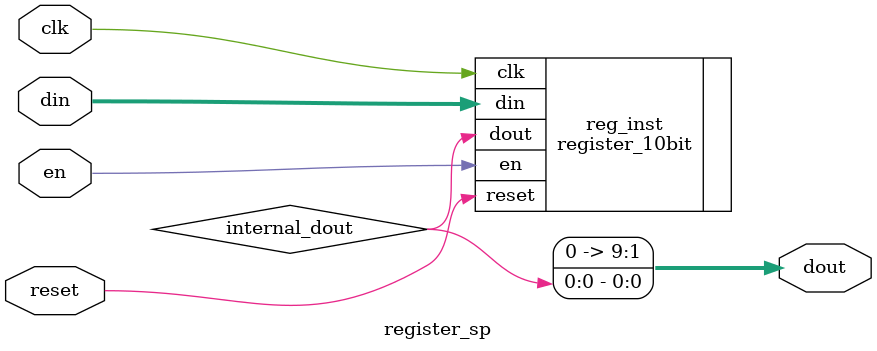
<source format=v>
`timescale 1 ns/1 ps
module register_sp(
    output wire [9:0] dout,
    input wire clk, reset, en,
    input wire [9:0] din );
    
    register_10bit reg_inst(.clk(clk), .reset(reset), .en(en), .dout(internal_dout), .din(din));
    
    assign dout = internal_dout;
endmodule
</source>
